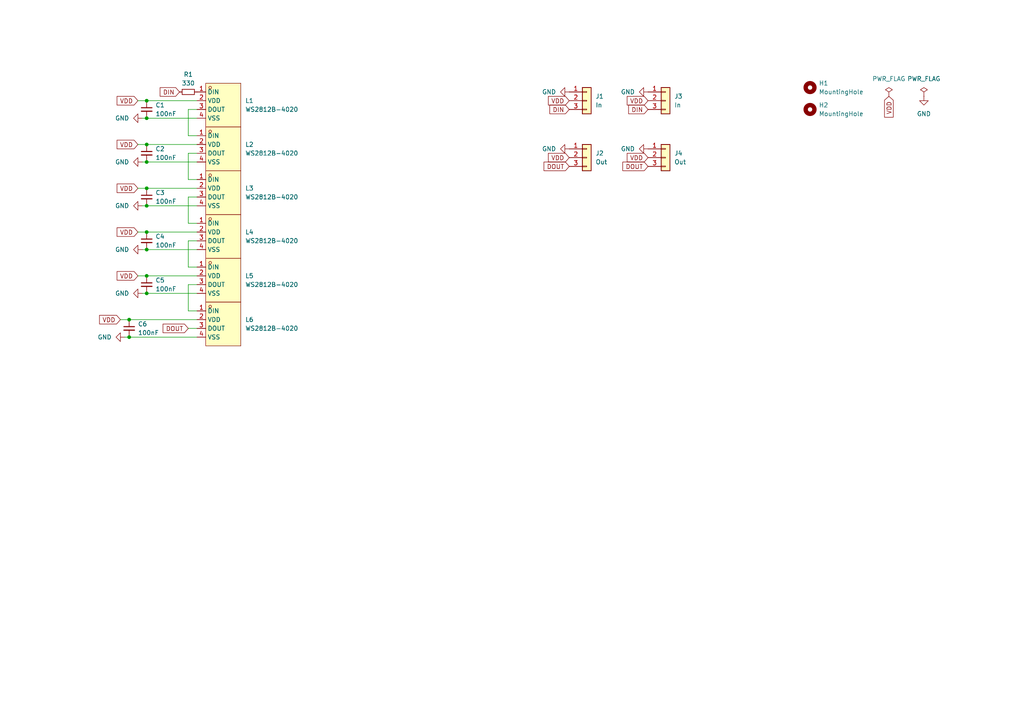
<source format=kicad_sch>
(kicad_sch (version 20231120) (generator "eeschema") (generator_version "8.0")
  (paper "A4")
  (lib_symbols
    (symbol "Connector_Generic:Conn_01x03" (pin_names (offset 1.016) hide)
      (property "Reference" "J" (at 0 5.08 0))
      (property "Value" "Conn_01x03" (at 0 -5.08 0))
      (symbol "Conn_01x03_1_1"
        (rectangle (start -1.27 -2.413) (end 0 -2.667) (stroke (width 0.1524)))
        (rectangle (start -1.27 0.127) (end 0 -0.127) (stroke (width 0.1524)))
        (rectangle (start -1.27 2.667) (end 0 2.413) (stroke (width 0.1524)))
        (rectangle (start -1.27 3.81) (end 1.27 -3.81) (stroke (width 0.254)) (fill (type background)))
        (pin passive line (at -5.08 2.54 0) (length 3.81) (name "Pin_1") (number "1"))
        (pin passive line (at -5.08 0 0) (length 3.81) (name "Pin_2") (number "2"))
        (pin passive line (at -5.08 -2.54 0) (length 3.81) (name "Pin_3") (number "3"))
      )
    )
    (symbol "Device:C_Small" (pin_numbers hide) (pin_names (offset 0.254) hide)
      (property "Reference" "C" (at 0.254 1.778 0))
      (property "Value" "C_Small" (at 0.254 -2.032 0))
      (symbol "C_Small_0_1"
        (polyline (pts (xy -1.524 -0.508) (xy 1.524 -0.508)) (stroke (width 0.3302)))
        (polyline (pts (xy -1.524 0.508) (xy 1.524 0.508)) (stroke (width 0.3048)))
      )
      (symbol "C_Small_1_1"
        (pin passive line (at 0 2.54 270) (length 2.032) (name "~") (number "1"))
        (pin passive line (at 0 -2.54 90) (length 2.032) (name "~") (number "2"))
      )
    )
    (symbol "Device:R_Small" (pin_numbers hide) (pin_names (offset 0.254) hide)
      (property "Reference" "R" (at 0.762 0.508 0))
      (property "Value" "R_Small" (at 0.762 -1.016 0))
      (symbol "R_Small_0_1"
        (rectangle (start -0.762 1.778) (end 0.762 -1.778) (stroke (width 0.2032)))
      )
      (symbol "R_Small_1_1"
        (pin passive line (at 0 2.54 270) (length 0.762) (name "~") (number "1"))
        (pin passive line (at 0 -2.54 90) (length 0.762) (name "~") (number "2"))
      )
    )
    (symbol "Library:WS2812B-4020"
      (property "Reference" "LED" (at 0 8.89 0))
      (property "Value" "WS2812B-4020" (at 0 -8.89 0))
      (symbol "WS2812B-4020_0_1"
        (rectangle (start -5.08 6.35) (end 5.08 -6.35) (fill (type background)))
        (circle (center -3.81 5.08) (radius 0.38))
        (pin unspecified line (at -7.62 3.81 0) (length 2.54) (name "DIN") (number "1"))
        (pin unspecified line (at -7.62 1.27 0) (length 2.54) (name "VDD") (number "2"))
        (pin unspecified line (at -7.62 -1.27 0) (length 2.54) (name "DOUT") (number "3"))
        (pin unspecified line (at -7.62 -3.81 0) (length 2.54) (name "VSS") (number "4"))
      )
    )
    (symbol "Mechanical:MountingHole" (pin_names (offset 1.016))
      (property "Reference" "H" (at 0 5.08 0))
      (property "Value" "MountingHole" (at 0 3.175 0))
      (symbol "MountingHole_0_1"
        (circle (center 0 0) (radius 1.27) (stroke (width 1.27)))
      )
    )
    (symbol "power:GND" (power) (pin_names (offset 0))
      (property "Value" "GND" (at 0 -3.81 0))
      (symbol "GND_0_1"
        (polyline (pts (xy 0 0) (xy 0 -1.27) (xy 1.27 -1.27) (xy 0 -2.54) (xy -1.27 -1.27) (xy 0 -1.27)))
      )
      (symbol "GND_1_1"
        (pin power_in line (at 0 0 270) (length 0) hide (name "GND") (number "1"))
      )
    )
    (symbol "power:PWR_FLAG" (power) (pin_numbers hide) (pin_names (offset 0) hide)
      (property "Value" "PWR_FLAG" (at 0 3.81 0))
      (symbol "PWR_FLAG_0_0"
        (pin power_out line (at 0 0 90) (length 0) (name "pwr") (number "1"))
      )
      (symbol "PWR_FLAG_0_1"
        (polyline (pts (xy 0 0) (xy 0 1.27) (xy -1.016 1.905) (xy 0 2.54) (xy 1.016 1.905) (xy 0 1.27)))
      )
    )
  )
  (junction (at 37.465 97.79))
  (junction (at 42.545 29.21))
  (junction (at 42.545 85.09))
  (junction (at 37.465 92.71))
  (junction (at 42.545 46.99))
  (junction (at 42.545 59.69))
  (junction (at 42.545 67.31))
  (junction (at 42.545 54.61))
  (junction (at 42.545 80.01))
  (junction (at 42.545 72.39))
  (junction (at 42.545 34.29))
  (junction (at 42.545 41.91))
  (wire (pts (xy 42.545 34.29) (xy 57.15 34.29)))
  (wire (pts (xy 40.005 29.21) (xy 42.545 29.21)))
  (wire (pts (xy 42.545 85.09) (xy 57.15 85.09)))
  (wire (pts (xy 54.61 44.45) (xy 54.61 52.07)))
  (wire (pts (xy 42.545 72.39) (xy 57.15 72.39)))
  (wire (pts (xy 42.545 59.69) (xy 57.15 59.69)))
  (wire (pts (xy 57.15 44.45) (xy 54.61 44.45)))
  (wire (pts (xy 57.15 95.25) (xy 54.61 95.25)))
  (wire (pts (xy 34.925 92.71) (xy 37.465 92.71)))
  (wire (pts (xy 57.15 69.85) (xy 54.61 69.85)))
  (wire (pts (xy 57.15 82.55) (xy 54.61 82.55)))
  (wire (pts (xy 54.61 31.75) (xy 54.61 39.37)))
  (wire (pts (xy 42.545 41.91) (xy 57.15 41.91)))
  (wire (pts (xy 42.545 29.21) (xy 57.15 29.21)))
  (wire (pts (xy 54.61 82.55) (xy 54.61 90.17)))
  (wire (pts (xy 54.61 64.77) (xy 57.15 64.77)))
  (wire (pts (xy 41.275 85.09) (xy 42.545 85.09)))
  (wire (pts (xy 40.005 80.01) (xy 42.545 80.01)))
  (wire (pts (xy 54.61 77.47) (xy 57.15 77.47)))
  (wire (pts (xy 54.61 57.15) (xy 54.61 64.77)))
  (wire (pts (xy 40.005 41.91) (xy 42.545 41.91)))
  (wire (pts (xy 41.275 34.29) (xy 42.545 34.29)))
  (wire (pts (xy 42.545 54.61) (xy 57.15 54.61)))
  (wire (pts (xy 40.005 67.31) (xy 42.545 67.31)))
  (wire (pts (xy 36.195 97.79) (xy 37.465 97.79)))
  (wire (pts (xy 40.005 54.61) (xy 42.545 54.61)))
  (wire (pts (xy 54.61 90.17) (xy 57.15 90.17)))
  (wire (pts (xy 41.275 59.69) (xy 42.545 59.69)))
  (wire (pts (xy 42.545 67.31) (xy 57.15 67.31)))
  (wire (pts (xy 37.465 97.79) (xy 57.15 97.79)))
  (wire (pts (xy 54.61 52.07) (xy 57.15 52.07)))
  (wire (pts (xy 54.61 69.85) (xy 54.61 77.47)))
  (wire (pts (xy 37.465 92.71) (xy 57.15 92.71)))
  (wire (pts (xy 42.545 46.99) (xy 57.15 46.99)))
  (wire (pts (xy 57.15 31.75) (xy 54.61 31.75)))
  (wire (pts (xy 41.275 46.99) (xy 42.545 46.99)))
  (wire (pts (xy 54.61 39.37) (xy 57.15 39.37)))
  (wire (pts (xy 41.275 72.39) (xy 42.545 72.39)))
  (wire (pts (xy 57.15 57.15) (xy 54.61 57.15)))
  (wire (pts (xy 42.545 80.01) (xy 57.15 80.01)))
  (global_label "VDD" (shape input) (at 165.1 45.72 180) (property "Intersheetrefs" "${INTERSHEET_REFS}" (effects (hide yes))))
  (global_label "DOUT" (shape input) (at 54.61 95.25 180) (property "Intersheetrefs" "${INTERSHEET_REFS}" (effects (hide yes))))
  (global_label "DIN" (shape input) (at 187.96 31.75 180) (property "Intersheetrefs" "${INTERSHEET_REFS}" (effects (hide yes))))
  (global_label "VDD" (shape input) (at 40.005 67.31 180) (property "Intersheetrefs" "${INTERSHEET_REFS}" (effects (hide yes))))
  (global_label "VDD" (shape input) (at 34.925 92.71 180) (property "Intersheetrefs" "${INTERSHEET_REFS}" (effects (hide yes))))
  (global_label "VDD" (shape input) (at 187.96 29.21 180) (property "Intersheetrefs" "${INTERSHEET_REFS}" (effects (hide yes))))
  (global_label "DOUT" (shape input) (at 165.1 48.26 180) (property "Intersheetrefs" "${INTERSHEET_REFS}" (effects (hide yes))))
  (global_label "DIN" (shape input) (at 52.07 26.67 180) (property "Intersheetrefs" "${INTERSHEET_REFS}" (effects (hide yes))))
  (global_label "VDD" (shape input) (at 187.96 45.72 180) (property "Intersheetrefs" "${INTERSHEET_REFS}" (effects (hide yes))))
  (global_label "DOUT" (shape input) (at 187.96 48.26 180) (property "Intersheetrefs" "${INTERSHEET_REFS}" (effects (hide yes))))
  (global_label "VDD" (shape input) (at 40.005 29.21 180) (property "Intersheetrefs" "${INTERSHEET_REFS}" (effects (hide yes))))
  (global_label "VDD" (shape input) (at 40.005 80.01 180) (property "Intersheetrefs" "${INTERSHEET_REFS}" (effects (hide yes))))
  (global_label "VDD" (shape input) (at 40.005 41.91 180) (property "Intersheetrefs" "${INTERSHEET_REFS}" (effects (hide yes))))
  (global_label "VDD" (shape input) (at 257.81 27.94 270) (property "Intersheetrefs" "${INTERSHEET_REFS}" (effects (hide yes))))
  (global_label "DIN" (shape input) (at 165.1 31.75 180) (property "Intersheetrefs" "${INTERSHEET_REFS}" (effects (hide yes))))
  (global_label "VDD" (shape input) (at 165.1 29.21 180) (property "Intersheetrefs" "${INTERSHEET_REFS}" (effects (hide yes))))
  (global_label "VDD" (shape input) (at 40.005 54.61 180) (property "Intersheetrefs" "${INTERSHEET_REFS}" (effects (hide yes))))
  (symbol (lib_id "Library:WS2812B-4020") (at 64.77 93.98 0) (unit 1)
    (property "Reference" "L6" (at 71.12 92.7099 0) (effects (justify left)))
    (property "Value" "WS2812B-4020" (at 71.12 95.2499 0) (effects (justify left)))
    (property "Footprint" "Library:LED-SMD_WS2812B-4020" (effects (hide yes)))
    (property "Datasheet" "https://lcsc.com/product-detail/Light-Emitting-Diodes-LED_Worldsemi-WS2812B-4020_C965557.html" (effects (hide yes)))
    (property "LCSC Part" "C965557" (effects (hide yes)))
  )
  (symbol (lib_id "power:GND") (at 165.1 43.18 270) (mirror x) (unit 1)
    (property "Reference" "#PWR08" (effects (hide yes)))
    (property "Value" "GND" (at 161.29 43.18 90) (effects (justify right)))
  )
  (symbol (lib_id "Connector_Generic:Conn_01x03") (at 193.04 29.21 0) (unit 1)
    (property "Reference" "J3" (at 195.58 27.94 0) (effects (justify left)))
    (property "Value" "In" (at 195.58 30.48 0) (effects (justify left)))
    (property "Footprint" "Library:Led-Jumper" (effects (hide yes)))
  )
  (symbol (lib_id "power:GND") (at 267.97 27.94 0) (mirror y) (unit 1)
    (property "Reference" "#PWR01" (effects (hide yes)))
    (property "Value" "GND" (at 267.97 33.02 0))
  )
  (symbol (lib_id "power:GND") (at 41.275 72.39 270) (mirror x) (unit 1)
    (property "Reference" "#PWR05" (effects (hide yes)))
    (property "Value" "GND" (at 37.465 72.39 90) (effects (justify right)))
  )
  (symbol (lib_id "Connector_Generic:Conn_01x03") (at 193.04 45.72 0) (unit 1)
    (property "Reference" "J4" (at 195.58 44.45 0) (effects (justify left)))
    (property "Value" "Out" (at 195.58 46.99 0) (effects (justify left)))
    (property "Footprint" "Library:Led-Jumper" (effects (hide yes)))
  )
  (symbol (lib_id "Library:WS2812B-4020") (at 64.77 81.28 0) (unit 1)
    (property "Reference" "L5" (at 71.12 80.0099 0) (effects (justify left)))
    (property "Value" "WS2812B-4020" (at 71.12 82.5499 0) (effects (justify left)))
    (property "Footprint" "Library:LED-SMD_WS2812B-4020" (effects (hide yes)))
    (property "Datasheet" "https://lcsc.com/product-detail/Light-Emitting-Diodes-LED_Worldsemi-WS2812B-4020_C965557.html" (effects (hide yes)))
    (property "LCSC Part" "C965557" (effects (hide yes)))
  )
  (symbol (lib_id "Mechanical:MountingHole") (at 234.95 25.4 0) (unit 1)
    (property "Reference" "H1" (at 237.49 24.13 0) (effects (justify left)))
    (property "Value" "MountingHole" (at 237.49 26.67 0) (effects (justify left)))
    (property "Footprint" "MountingHole:MountingHole_2.2mm_M2" (effects (hide yes)))
  )
  (symbol (lib_id "Mechanical:MountingHole") (at 234.95 31.75 0) (unit 1)
    (property "Reference" "H2" (at 237.49 30.48 0) (effects (justify left)))
    (property "Value" "MountingHole" (at 237.49 33.02 0) (effects (justify left)))
    (property "Footprint" "MountingHole:MountingHole_2.2mm_M2" (effects (hide yes)))
  )
  (symbol (lib_id "Device:C_Small") (at 37.465 95.25 0) (unit 1)
    (property "Reference" "C6" (at 40.005 93.9863 0) (effects (justify left)))
    (property "Value" "100nF" (at 40.005 96.5263 0) (effects (justify left)))
    (property "Footprint" "Capacitor_SMD:C_0603_1608Metric" (effects (hide yes)))
  )
  (symbol (lib_id "Library:WS2812B-4020") (at 64.77 30.48 0) (unit 1)
    (property "Reference" "L1" (at 71.12 29.2099 0) (effects (justify left)))
    (property "Value" "WS2812B-4020" (at 71.12 31.7499 0) (effects (justify left)))
    (property "Footprint" "Library:LED-SMD_WS2812B-4020" (effects (hide yes)))
    (property "Datasheet" "https://lcsc.com/product-detail/Light-Emitting-Diodes-LED_Worldsemi-WS2812B-4020_C965557.html" (effects (hide yes)))
    (property "LCSC Part" "C965557" (effects (hide yes)))
  )
  (symbol (lib_id "power:GND") (at 41.275 85.09 270) (mirror x) (unit 1)
    (property "Reference" "#PWR06" (effects (hide yes)))
    (property "Value" "GND" (at 37.465 85.09 90) (effects (justify right)))
  )
  (symbol (lib_id "Connector_Generic:Conn_01x03") (at 170.18 29.21 0) (unit 1)
    (property "Reference" "J1" (at 172.72 27.94 0) (effects (justify left)))
    (property "Value" "In" (at 172.72 30.48 0) (effects (justify left)))
    (property "Footprint" "Library:Led-Jumper" (effects (hide yes)))
  )
  (symbol (lib_id "power:PWR_FLAG") (at 267.97 27.94 0) (unit 1)
    (property "Reference" "#FLG02" (effects (hide yes)))
    (property "Value" "PWR_FLAG" (at 267.97 22.86 0))
  )
  (symbol (lib_id "Library:WS2812B-4020") (at 64.77 55.88 0) (unit 1)
    (property "Reference" "L3" (at 71.12 54.6099 0) (effects (justify left)))
    (property "Value" "WS2812B-4020" (at 71.12 57.1499 0) (effects (justify left)))
    (property "Footprint" "Library:LED-SMD_WS2812B-4020" (effects (hide yes)))
    (property "Datasheet" "https://lcsc.com/product-detail/Light-Emitting-Diodes-LED_Worldsemi-WS2812B-4020_C965557.html" (effects (hide yes)))
    (property "LCSC Part" "C965557" (effects (hide yes)))
  )
  (symbol (lib_id "Device:R_Small") (at 54.61 26.67 90) (unit 1)
    (property "Reference" "R1" (at 54.61 21.59 90))
    (property "Value" "330" (at 54.61 24.13 90))
    (property "Footprint" "Resistor_SMD:R_0603_1608Metric" (effects (hide yes)))
  )
  (symbol (lib_id "Device:C_Small") (at 42.545 69.85 0) (unit 1)
    (property "Reference" "C4" (at 45.085 68.5863 0) (effects (justify left)))
    (property "Value" "100nF" (at 45.085 71.1263 0) (effects (justify left)))
    (property "Footprint" "Capacitor_SMD:C_0603_1608Metric" (effects (hide yes)))
  )
  (symbol (lib_id "Device:C_Small") (at 42.545 82.55 0) (unit 1)
    (property "Reference" "C5" (at 45.085 81.2863 0) (effects (justify left)))
    (property "Value" "100nF" (at 45.085 83.8263 0) (effects (justify left)))
    (property "Footprint" "Capacitor_SMD:C_0603_1608Metric" (effects (hide yes)))
  )
  (symbol (lib_id "Library:WS2812B-4020") (at 64.77 68.58 0) (unit 1)
    (property "Reference" "L4" (at 71.12 67.3099 0) (effects (justify left)))
    (property "Value" "WS2812B-4020" (at 71.12 69.8499 0) (effects (justify left)))
    (property "Footprint" "Library:LED-SMD_WS2812B-4020" (effects (hide yes)))
    (property "Datasheet" "https://lcsc.com/product-detail/Light-Emitting-Diodes-LED_Worldsemi-WS2812B-4020_C965557.html" (effects (hide yes)))
    (property "LCSC Part" "C965557" (effects (hide yes)))
  )
  (symbol (lib_id "power:GND") (at 36.195 97.79 270) (mirror x) (unit 1)
    (property "Reference" "#PWR07" (effects (hide yes)))
    (property "Value" "GND" (at 32.385 97.79 90) (effects (justify right)))
  )
  (symbol (lib_id "power:PWR_FLAG") (at 257.81 27.94 0) (unit 1)
    (property "Reference" "#FLG01" (effects (hide yes)))
    (property "Value" "PWR_FLAG" (at 257.81 22.86 0))
  )
  (symbol (lib_id "power:GND") (at 165.1 26.67 270) (mirror x) (unit 1)
    (property "Reference" "#PWR026" (effects (hide yes)))
    (property "Value" "GND" (at 161.29 26.67 90) (effects (justify right)))
  )
  (symbol (lib_id "power:GND") (at 41.275 59.69 270) (mirror x) (unit 1)
    (property "Reference" "#PWR04" (effects (hide yes)))
    (property "Value" "GND" (at 37.465 59.69 90) (effects (justify right)))
  )
  (symbol (lib_id "Library:WS2812B-4020") (at 64.77 43.18 0) (unit 1)
    (property "Reference" "L2" (at 71.12 41.9099 0) (effects (justify left)))
    (property "Value" "WS2812B-4020" (at 71.12 44.4499 0) (effects (justify left)))
    (property "Footprint" "Library:LED-SMD_WS2812B-4020" (effects (hide yes)))
    (property "Datasheet" "https://lcsc.com/product-detail/Light-Emitting-Diodes-LED_Worldsemi-WS2812B-4020_C965557.html" (effects (hide yes)))
    (property "LCSC Part" "C965557" (effects (hide yes)))
  )
  (symbol (lib_id "power:GND") (at 41.275 34.29 270) (mirror x) (unit 1)
    (property "Reference" "#PWR02" (effects (hide yes)))
    (property "Value" "GND" (at 37.465 34.29 90) (effects (justify right)))
  )
  (symbol (lib_id "Connector_Generic:Conn_01x03") (at 170.18 45.72 0) (unit 1)
    (property "Reference" "J2" (at 172.72 44.45 0) (effects (justify left)))
    (property "Value" "Out" (at 172.72 46.99 0) (effects (justify left)))
    (property "Footprint" "Library:Led-Jumper" (effects (hide yes)))
  )
  (symbol (lib_id "power:GND") (at 187.96 43.18 270) (mirror x) (unit 1)
    (property "Reference" "#PWR09" (effects (hide yes)))
    (property "Value" "GND" (at 184.15 43.18 90) (effects (justify right)))
  )
  (symbol (lib_id "power:GND") (at 187.96 26.67 270) (mirror x) (unit 1)
    (property "Reference" "#PWR027" (effects (hide yes)))
    (property "Value" "GND" (at 184.15 26.67 90) (effects (justify right)))
  )
  (symbol (lib_id "power:GND") (at 41.275 46.99 270) (mirror x) (unit 1)
    (property "Reference" "#PWR03" (effects (hide yes)))
    (property "Value" "GND" (at 37.465 46.99 90) (effects (justify right)))
  )
  (symbol (lib_id "Device:C_Small") (at 42.545 57.15 0) (unit 1)
    (property "Reference" "C3" (at 45.085 55.8863 0) (effects (justify left)))
    (property "Value" "100nF" (at 45.085 58.4263 0) (effects (justify left)))
    (property "Footprint" "Capacitor_SMD:C_0603_1608Metric" (effects (hide yes)))
  )
  (symbol (lib_id "Device:C_Small") (at 42.545 44.45 0) (unit 1)
    (property "Reference" "C2" (at 45.085 43.1863 0) (effects (justify left)))
    (property "Value" "100nF" (at 45.085 45.7263 0) (effects (justify left)))
    (property "Footprint" "Capacitor_SMD:C_0603_1608Metric" (effects (hide yes)))
  )
  (symbol (lib_id "Device:C_Small") (at 42.545 31.75 0) (unit 1)
    (property "Reference" "C1" (at 45.085 30.4863 0) (effects (justify left)))
    (property "Value" "100nF" (at 45.085 33.0263 0) (effects (justify left)))
    (property "Footprint" "Capacitor_SMD:C_0603_1608Metric" (effects (hide yes)))
  )
)
</source>
